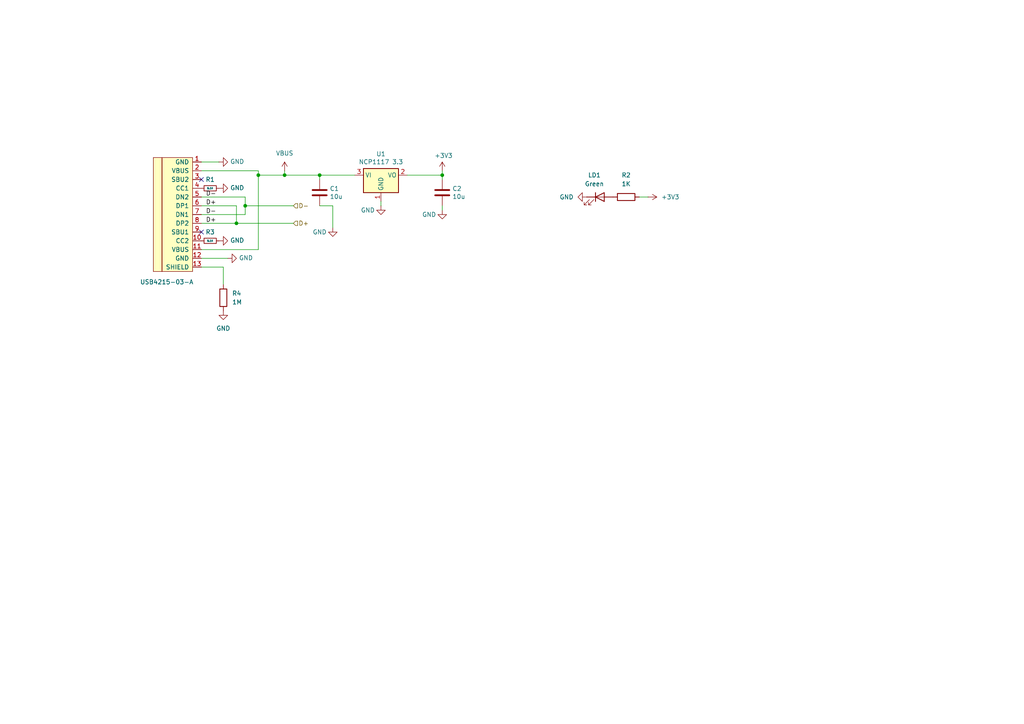
<source format=kicad_sch>
(kicad_sch (version 20250114) (generator "eeschema") (generator_version "9.0")
  (paper "A4")
  (title_block (title "MiniFRANK RM24") (date "2025-03-14") (rev "1.00") (company "Mikhail Matveev") (comment 1 "https://github.com/xtremespb/frank"))
  (lib_symbols
    (symbol "+3V3_1" (power) (pin_numbers (hide yes)) (pin_names (offset 0) (hide yes))
      (property "Value" "+3V3" (at 0 3.556 0))
      (symbol "+3V3_1_0_1"
        (polyline (pts (xy -0.762 1.27) (xy 0 2.54)))
        (polyline (pts (xy 0 2.54) (xy 0.762 1.27)))
        (polyline (pts (xy 0 0) (xy 0 2.54)))
      )
      (symbol "+3V3_1_1_1"
        (pin power_in line (at 0 0 90) (length 0) (name "~") (number "1"))
      )
    )
    (symbol "Device:C" (pin_numbers (hide yes)) (pin_names (offset 0.254))
      (property "Reference" "C" (at 0.635 2.54 0))
      (property "Value" "C" (at 0.635 -2.54 0))
      (symbol "C_0_1"
        (polyline (pts (xy -2.032 0.762) (xy 2.032 0.762)) (stroke (width 0.508)))
        (polyline (pts (xy -2.032 -0.762) (xy 2.032 -0.762)) (stroke (width 0.508)))
      )
      (symbol "C_1_1"
        (pin passive line (at 0 3.81 270) (length 2.794) (name "~") (number "1"))
        (pin passive line (at 0 -3.81 90) (length 2.794) (name "~") (number "2"))
      )
    )
    (symbol "Device:LED" (pin_numbers (hide yes)) (pin_names (offset 1.016) (hide yes))
      (property "Reference" "D" (at 0 2.54 0))
      (property "Value" "LED" (at 0 -2.54 0))
      (symbol "LED_0_1"
        (polyline (pts (xy -3.048 -0.762) (xy -4.572 -2.286) (xy -3.81 -2.286) (xy -4.572 -2.286) (xy -4.572 -1.524)))
        (polyline (pts (xy -1.778 -0.762) (xy -3.302 -2.286) (xy -2.54 -2.286) (xy -3.302 -2.286) (xy -3.302 -1.524)))
        (polyline (pts (xy -1.27 0) (xy 1.27 0)))
        (polyline (pts (xy -1.27 -1.27) (xy -1.27 1.27)) (stroke (width 0.254)))
        (polyline (pts (xy 1.27 -1.27) (xy 1.27 1.27) (xy -1.27 0) (xy 1.27 -1.27)) (stroke (width 0.254)))
      )
      (symbol "LED_1_1"
        (pin passive line (at -3.81 0 0) (length 2.54) (name "K") (number "1"))
        (pin passive line (at 3.81 0 180) (length 2.54) (name "A") (number "2"))
      )
    )
    (symbol "Device:R" (pin_numbers (hide yes)) (pin_names (offset 0))
      (property "Reference" "R" (at 2.032 0 90))
      (property "Value" "R" (at 0 0 90))
      (symbol "R_0_1"
        (rectangle (start -1.016 -2.54) (end 1.016 2.54) (stroke (width 0.254)))
      )
      (symbol "R_1_1"
        (pin passive line (at 0 3.81 270) (length 1.27) (name "~") (number "1"))
        (pin passive line (at 0 -3.81 90) (length 1.27) (name "~") (number "2"))
      )
    )
    (symbol "Device:R_Small" (pin_numbers (hide yes)) (pin_names (offset 0.254) (hide yes))
      (property "Reference" "R" (at 0.762 0.508 0))
      (property "Value" "R_Small" (at 0.762 -1.016 0))
      (symbol "R_Small_0_1"
        (rectangle (start -0.762 1.778) (end 0.762 -1.778) (stroke (width 0.2032)))
      )
      (symbol "R_Small_1_1"
        (pin passive line (at 0 2.54 270) (length 0.762) (name "~") (number "1"))
        (pin passive line (at 0 -2.54 90) (length 0.762) (name "~") (number "2"))
      )
    )
    (symbol "FRANK:USB-C" (pin_names (offset 1.016))
      (property "Value" "USB Type C" (at 0.254 -20.828 0))
      (symbol "USB-C_0_1"
        (rectangle (start -11.43 15.24) (end -8.89 -17.78) (fill (type background)))
        (rectangle (start 0 -17.78) (end -8.89 15.24) (fill (type background)))
      )
      (symbol "USB-C_1_1"
        (pin input line (at 2.54 13.97 180) (length 2.54) (name "GND") (number "1"))
        (pin input line (at 2.54 11.43 180) (length 2.54) (name "VBUS") (number "2"))
        (pin input line (at 2.54 8.89 180) (length 2.54) (name "SBU2") (number "3"))
        (pin input line (at 2.54 6.35 180) (length 2.54) (name "CC1") (number "4"))
        (pin input line (at 2.54 3.81 180) (length 2.54) (name "DN2") (number "5"))
        (pin input line (at 2.54 1.27 180) (length 2.54) (name "DP1") (number "6"))
        (pin input line (at 2.54 -1.27 180) (length 2.54) (name "DN1") (number "7"))
        (pin input line (at 2.54 -3.81 180) (length 2.54) (name "DP2") (number "8"))
        (pin input line (at 2.54 -6.35 180) (length 2.54) (name "SBU1") (number "9"))
        (pin input line (at 2.54 -8.89 180) (length 2.54) (name "CC2") (number "10"))
        (pin input line (at 2.54 -11.43 180) (length 2.54) (name "VBUS") (number "11"))
        (pin input line (at 2.54 -13.97 180) (length 2.54) (name "GND") (number "12"))
        (pin input line (at 2.54 -16.51 180) (length 2.54) (name "SHIELD") (number "13"))
      )
    )
    (symbol "GND_1" (power) (pin_numbers (hide yes)) (pin_names (offset 0) (hide yes))
      (property "Value" "GND" (at 0 -3.81 0))
      (symbol "GND_1_0_1"
        (polyline (pts (xy 0 0) (xy 0 -1.27) (xy 1.27 -1.27) (xy 0 -2.54) (xy -1.27 -1.27) (xy 0 -1.27)))
      )
      (symbol "GND_1_1_1"
        (pin power_in line (at 0 0 270) (length 0) (name "~") (number "1"))
      )
    )
    (symbol "GND_2" (power) (pin_numbers (hide yes)) (pin_names (offset 0) (hide yes))
      (property "Value" "GND" (at 0 -3.81 0))
      (symbol "GND_2_0_1"
        (polyline (pts (xy 0 0) (xy 0 -1.27) (xy 1.27 -1.27) (xy 0 -2.54) (xy -1.27 -1.27) (xy 0 -1.27)))
      )
      (symbol "GND_2_1_1"
        (pin power_in line (at 0 0 270) (length 0) (name "~") (number "1"))
      )
    )
    (symbol "GND_3" (power) (pin_numbers (hide yes)) (pin_names (offset 0) (hide yes))
      (property "Value" "GND" (at 0 -3.81 0))
      (symbol "GND_3_0_1"
        (polyline (pts (xy 0 0) (xy 0 -1.27) (xy 1.27 -1.27) (xy 0 -2.54) (xy -1.27 -1.27) (xy 0 -1.27)))
      )
      (symbol "GND_3_1_1"
        (pin power_in line (at 0 0 270) (length 0) (name "~") (number "1"))
      )
    )
    (symbol "GND_4" (power) (pin_numbers (hide yes)) (pin_names (offset 0) (hide yes))
      (property "Value" "GND" (at 0 -3.81 0))
      (symbol "GND_4_0_1"
        (polyline (pts (xy 0 0) (xy 0 -1.27) (xy 1.27 -1.27) (xy 0 -2.54) (xy -1.27 -1.27) (xy 0 -1.27)))
      )
      (symbol "GND_4_1_1"
        (pin power_in line (at 0 0 270) (length 0) (name "~") (number "1"))
      )
    )
    (symbol "GND_5" (power) (pin_numbers (hide yes)) (pin_names (offset 0) (hide yes))
      (property "Value" "GND" (at 0 -3.81 0))
      (symbol "GND_5_0_1"
        (polyline (pts (xy 0 0) (xy 0 -1.27) (xy 1.27 -1.27) (xy 0 -2.54) (xy -1.27 -1.27) (xy 0 -1.27)))
      )
      (symbol "GND_5_1_1"
        (pin power_in line (at 0 0 270) (length 0) (name "~") (number "1"))
      )
    )
    (symbol "GND_6" (power) (pin_numbers (hide yes)) (pin_names (offset 0) (hide yes))
      (property "Value" "GND" (at 0 -3.81 0))
      (symbol "GND_6_0_1"
        (polyline (pts (xy 0 0) (xy 0 -1.27) (xy 1.27 -1.27) (xy 0 -2.54) (xy -1.27 -1.27) (xy 0 -1.27)))
      )
      (symbol "GND_6_1_1"
        (pin power_in line (at 0 0 270) (length 0) (name "~") (number "1"))
      )
    )
    (symbol "GND_7" (power) (pin_numbers (hide yes)) (pin_names (offset 0) (hide yes))
      (property "Value" "GND" (at 0 -3.81 0))
      (symbol "GND_7_0_1"
        (polyline (pts (xy 0 0) (xy 0 -1.27) (xy 1.27 -1.27) (xy 0 -2.54) (xy -1.27 -1.27) (xy 0 -1.27)))
      )
      (symbol "GND_7_1_1"
        (pin power_in line (at 0 0 270) (length 0) (name "~") (number "1"))
      )
    )
    (symbol "Regulator_Linear:NCP1117-3.3_SOT223"
      (property "Reference" "U" (at -3.81 3.175 0))
      (property "Value" "NCP1117-3.3_SOT223" (at 0 3.175 0))
      (symbol "NCP1117-3.3_SOT223_0_1"
        (rectangle (start -5.08 -5.08) (end 5.08 1.905) (stroke (width 0.254)) (fill (type background)))
      )
      (symbol "NCP1117-3.3_SOT223_1_1"
        (pin power_in line (at -7.62 0 0) (length 2.54) (name "VI") (number "3"))
        (pin power_in line (at 0 -7.62 90) (length 2.54) (name "GND") (number "1"))
        (pin power_out line (at 7.62 0 180) (length 2.54) (name "VO") (number "2"))
      )
    )
    (symbol "power:+3V3" (power) (pin_numbers (hide yes)) (pin_names (offset 0) (hide yes))
      (property "Value" "+3V3" (at 0 3.556 0))
      (symbol "+3V3_0_1"
        (polyline (pts (xy -0.762 1.27) (xy 0 2.54)))
        (polyline (pts (xy 0 2.54) (xy 0.762 1.27)))
        (polyline (pts (xy 0 0) (xy 0 2.54)))
      )
      (symbol "+3V3_1_1"
        (pin power_in line (at 0 0 90) (length 0) (name "~") (number "1"))
      )
    )
    (symbol "power:GND" (power) (pin_numbers (hide yes)) (pin_names (offset 0) (hide yes))
      (property "Value" "GND" (at 0 -3.81 0))
      (symbol "GND_0_1"
        (polyline (pts (xy 0 0) (xy 0 -1.27) (xy 1.27 -1.27) (xy 0 -2.54) (xy -1.27 -1.27) (xy 0 -1.27)))
      )
      (symbol "GND_1_1"
        (pin power_in line (at 0 0 270) (length 0) (name "~") (number "1"))
      )
    )
    (symbol "power:VBUS" (power) (pin_numbers (hide yes)) (pin_names (offset 0) (hide yes))
      (property "Value" "VBUS" (at 0 3.556 0))
      (symbol "VBUS_0_1"
        (polyline (pts (xy -0.762 1.27) (xy 0 2.54)))
        (polyline (pts (xy 0 2.54) (xy 0.762 1.27)))
        (polyline (pts (xy 0 0) (xy 0 2.54)))
      )
      (symbol "VBUS_1_1"
        (pin power_in line (at 0 0 90) (length 0) (name "~") (number "1"))
      )
    )
  )
  (junction (at 74.93 50.8))
  (junction (at 68.58 64.77))
  (junction (at 82.55 50.8))
  (junction (at 92.71 50.8))
  (junction (at 128.27 50.8))
  (junction (at 71.12 59.69))
  (no_connect (at 58.42 67.31))
  (no_connect (at 58.42 52.07))
  (wire (pts (xy 58.42 49.53) (xy 74.93 49.53)))
  (wire (pts (xy 58.42 59.69) (xy 68.58 59.69)))
  (wire (pts (xy 82.55 50.8) (xy 92.71 50.8)))
  (wire (pts (xy 58.42 74.93) (xy 66.04 74.93)))
  (wire (pts (xy 102.87 50.8) (xy 92.71 50.8)))
  (wire (pts (xy 128.27 50.8) (xy 128.27 49.53)))
  (wire (pts (xy 82.55 49.53) (xy 82.55 50.8)))
  (wire (pts (xy 74.93 72.39) (xy 58.42 72.39)))
  (wire (pts (xy 92.71 52.07) (xy 92.71 50.8)))
  (wire (pts (xy 128.27 52.07) (xy 128.27 50.8)))
  (wire (pts (xy 96.52 59.69) (xy 92.71 59.69)))
  (wire (pts (xy 118.11 50.8) (xy 128.27 50.8)))
  (wire (pts (xy 58.42 57.15) (xy 71.12 57.15)))
  (wire (pts (xy 58.42 62.23) (xy 71.12 62.23)))
  (wire (pts (xy 71.12 59.69) (xy 85.09 59.69)))
  (wire (pts (xy 74.93 50.8) (xy 74.93 72.39)))
  (wire (pts (xy 74.93 49.53) (xy 74.93 50.8)))
  (wire (pts (xy 71.12 59.69) (xy 71.12 62.23)))
  (wire (pts (xy 58.42 46.99) (xy 63.5 46.99)))
  (wire (pts (xy 128.27 59.69) (xy 128.27 60.96)))
  (wire (pts (xy 58.42 64.77) (xy 68.58 64.77)))
  (wire (pts (xy 96.52 59.69) (xy 96.52 66.04)))
  (wire (pts (xy 64.77 77.47) (xy 64.77 82.55)))
  (wire (pts (xy 58.42 77.47) (xy 64.77 77.47)))
  (wire (pts (xy 71.12 57.15) (xy 71.12 59.69)))
  (wire (pts (xy 185.42 57.15) (xy 187.96 57.15)))
  (wire (pts (xy 74.93 50.8) (xy 82.55 50.8)))
  (wire (pts (xy 110.49 58.42) (xy 110.49 59.69)))
  (wire (pts (xy 68.58 64.77) (xy 85.09 64.77)))
  (wire (pts (xy 68.58 59.69) (xy 68.58 64.77)))
  (label "D-" (at 59.69 62.23 0))
  (label "D+" (at 59.69 64.77 0))
  (label "D-" (at 59.69 57.15 0))
  (label "D+" (at 59.69 59.69 0))
  (hierarchical_label "D-" (shape input) (at 85.09 59.69 0))
  (hierarchical_label "D+" (shape input) (at 85.09 64.77 0))
  (symbol (lib_name "GND_3") (lib_id "power:GND") (at 96.52 66.04 0) (unit 1)
    (property "Reference" "#PWR012" (effects (hide yes)))
    (property "Value" "GND" (at 92.71 67.31 0))
    (property "Description" "Power symbol creates a global label with name \"GND\" , ground" (effects (hide yes)))
  )
  (symbol (lib_id "power:VBUS") (at 82.55 49.53 0) (unit 1)
    (property "Reference" "#PWR05" (effects (hide yes)))
    (property "Value" "VBUS" (at 82.55 44.45 0))
    (property "Description" "Power symbol creates a global label with name \"VBUS\"" (effects (hide yes)))
  )
  (symbol (lib_name "GND_5") (lib_id "power:GND") (at 63.5 69.85 90) (unit 1)
    (property "Reference" "#PWR013" (effects (hide yes)))
    (property "Value" "GND" (at 66.7512 69.723 90) (effects (justify right)))
    (property "Description" "Power symbol creates a global label with name \"GND\" , ground" (effects (hide yes)))
  )
  (symbol (lib_name "GND_2") (lib_id "power:GND") (at 170.18 57.15 270) (unit 1)
    (property "Reference" "#PWR08" (effects (hide yes)))
    (property "Value" "GND" (at 166.37 57.1499 90) (effects (justify right)))
    (property "Description" "Power symbol creates a global label with name \"GND\" , ground" (effects (hide yes)))
  )
  (symbol (lib_id "Device:LED") (at 173.99 57.15 0) (unit 1)
    (property "Reference" "LD1" (at 172.4025 50.8 0))
    (property "Value" "Green" (at 172.4025 53.34 0))
    (property "Footprint" "FRANK:LED (0805)" (effects (hide yes)))
    (property "Datasheet" "https://www.farnell.com/datasheets/1760130.pdf" (effects (hide yes)))
    (property "Description" "Light emitting diode" (effects (hide yes)))
    (property "AliExpress" "https://www.aliexpress.com/item/1005007252088951.html" (effects (hide yes)))
    (property "Sim.Pins" "1=K 2=A" (effects (hide yes)))
  )
  (symbol (lib_id "Regulator_Linear:NCP1117-3.3_SOT223") (at 110.49 50.8 0) (unit 1)
    (property "Reference" "U1" (at 110.49 44.6532 0))
    (property "Value" "NCP1117 3.3" (at 110.49 46.9646 0))
    (property "Footprint" "FRANK:SOT-223" (effects (hide yes)))
    (property "Datasheet" "http://www.onsemi.com/pub_link/Collateral/NCP1117-D.PDF" (effects (hide yes)))
    (property "AliExpress" "https://www.aliexpress.com/item/1005005802338707.html" (effects (hide yes)))
  )
  (symbol (lib_id "Device:C") (at 128.27 55.88 0) (unit 1)
    (property "Reference" "C2" (at 131.191 54.7116 0) (effects (justify left)))
    (property "Value" "10u" (at 131.191 57.023 0) (effects (justify left)))
    (property "Footprint" "FRANK:Capacitor (0805)" (effects (hide yes)))
    (property "Datasheet" "https://eu.mouser.com/datasheet/2/40/KGM_X7R-3223212.pdf" (effects (hide yes)))
    (property "AliExpress" "https://www.aliexpress.com/item/33008008276.html" (effects (hide yes)))
  )
  (symbol (lib_name "GND_7") (lib_id "power:GND") (at 66.04 74.93 90) (unit 1)
    (property "Reference" "#PWR014" (effects (hide yes)))
    (property "Value" "GND" (at 69.2912 74.803 90) (effects (justify right)))
    (property "Description" "Power symbol creates a global label with name \"GND\" , ground" (effects (hide yes)))
  )
  (symbol (lib_id "FRANK:USB-C") (at 55.88 60.96 0) (unit 1)
    (property "Reference" "J1" (effects (hide yes)))
    (property "Value" "USB4215-03-A" (at 56.134 81.788 0) (effects (justify right)))
    (property "Footprint" "FRANK:USB Type C" (effects (hide yes)))
    (property "Datasheet" "https://eu.mouser.com/datasheet/2/837/usb4215-3472997.pdf" (effects (hide yes)))
    (property "LCSC" "C165948" (effects (hide yes)))
    (property "AliExpress" "https://www.aliexpress.com/item/1005005500797563.html" (effects (hide yes)))
  )
  (symbol (lib_id "Device:C") (at 92.71 55.88 0) (unit 1)
    (property "Reference" "C1" (at 95.631 54.7116 0) (effects (justify left)))
    (property "Value" "10u" (at 95.631 57.023 0) (effects (justify left)))
    (property "Footprint" "FRANK:Capacitor (0805)" (effects (hide yes)))
    (property "Datasheet" "https://eu.mouser.com/datasheet/2/40/KGM_X7R-3223212.pdf" (effects (hide yes)))
    (property "AliExpress" "https://www.aliexpress.com/item/33008008276.html" (effects (hide yes)))
  )
  (symbol (lib_id "Device:R") (at 181.61 57.15 90) (unit 1)
    (property "Reference" "R2" (at 181.61 50.8 90))
    (property "Value" "1K" (at 181.61 53.34 90))
    (property "Footprint" "FRANK:Resistor (0805)" (effects (hide yes)))
    (property "Datasheet" "https://www.vishay.com/docs/28952/mcs0402at-mct0603at-mcu0805at-mca1206at.pdf" (effects (hide yes)))
    (property "Description" "Resistor" (effects (hide yes)))
    (property "AliExpress" "https://www.vishay.com/docs/28952/mcs0402at-mct0603at-mcu0805at-mca1206at.pdf" (effects (hide yes)))
  )
  (symbol (lib_id "Device:R_Small") (at 60.96 69.85 270) (unit 1)
    (property "Reference" "R3" (at 60.96 67.31 90))
    (property "Value" "5.1K" (at 60.96 69.85 90) (effects (font (size 0.508 0.508))))
    (property "Footprint" "FRANK:Resistor (0805)" (effects (hide yes)))
    (property "Datasheet" "https://www.vishay.com/docs/28952/mcs0402at-mct0603at-mcu0805at-mca1206at.pdf" (effects (hide yes)))
    (property "LCSC" " " (effects (hide yes)))
    (property "AliExpress" "https://www.aliexpress.com/item/1005005945735199.html" (effects (hide yes)))
  )
  (symbol (lib_name "GND_6") (lib_id "power:GND") (at 63.5 54.61 90) (unit 1)
    (property "Reference" "#PWR07" (effects (hide yes)))
    (property "Value" "GND" (at 66.7512 54.483 90) (effects (justify right)))
    (property "Description" "Power symbol creates a global label with name \"GND\" , ground" (effects (hide yes)))
  )
  (symbol (lib_name "GND_1") (lib_id "power:GND") (at 128.27 60.96 0) (unit 1)
    (property "Reference" "#PWR011" (effects (hide yes)))
    (property "Value" "GND" (at 124.46 62.23 0))
    (property "Description" "Power symbol creates a global label with name \"GND\" , ground" (effects (hide yes)))
  )
  (symbol (lib_id "power:+3V3") (at 128.27 49.53 0) (unit 1)
    (property "Reference" "#PWR06" (effects (hide yes)))
    (property "Value" "+3V3" (at 128.651 45.1358 0))
    (property "Description" "Power symbol creates a global label with name \"+3V3\"" (effects (hide yes)))
  )
  (symbol (lib_id "Device:R_Small") (at 60.96 54.61 270) (unit 1)
    (property "Reference" "R1" (at 60.96 52.07 90))
    (property "Value" "5.1K" (at 60.96 54.61 90) (effects (font (size 0.508 0.508))))
    (property "Footprint" "FRANK:Resistor (0805)" (effects (hide yes)))
    (property "Datasheet" "https://www.vishay.com/docs/28952/mcs0402at-mct0603at-mcu0805at-mca1206at.pdf" (effects (hide yes)))
    (property "LCSC" " " (effects (hide yes)))
    (property "AliExpress" "https://www.aliexpress.com/item/1005005945735199.html" (effects (hide yes)))
  )
  (symbol (lib_id "power:GND") (at 63.5 46.99 90) (unit 1)
    (property "Reference" "#PWR04" (effects (hide yes)))
    (property "Value" "GND" (at 66.7512 46.863 90) (effects (justify right)))
    (property "Description" "Power symbol creates a global label with name \"GND\" , ground" (effects (hide yes)))
  )
  (symbol (lib_id "power:GND") (at 64.77 90.17 0) (unit 1)
    (property "Reference" "#PWR015" (effects (hide yes)))
    (property "Value" "GND" (at 64.77 95.25 0))
    (property "Description" "Power symbol creates a global label with name \"GND\" , ground" (effects (hide yes)))
  )
  (symbol (lib_id "Device:R") (at 64.77 86.36 0) (unit 1)
    (property "Reference" "R4" (at 67.31 85.0899 0) (effects (justify left)))
    (property "Value" "1M" (at 67.31 87.6299 0) (effects (justify left)))
    (property "Footprint" "FRANK:Resistor (0805)" (effects (hide yes)))
    (property "Datasheet" "https://www.vishay.com/docs/28952/mcs0402at-mct0603at-mcu0805at-mca1206at.pdf" (effects (hide yes)))
    (property "AliExpress" "https://www.aliexpress.com/item/1005005945735199.html" (effects (hide yes)))
  )
  (symbol (lib_name "+3V3_1") (lib_id "power:+3V3") (at 187.96 57.15 270) (unit 1)
    (property "Reference" "#PWR09" (effects (hide yes)))
    (property "Value" "+3V3" (at 191.77 57.1499 90) (effects (justify left)))
    (property "Description" "Power symbol creates a global label with name \"+3V3\"" (effects (hide yes)))
  )
  (symbol (lib_name "GND_4") (lib_id "power:GND") (at 110.49 59.69 0) (unit 1)
    (property "Reference" "#PWR010" (effects (hide yes)))
    (property "Value" "GND" (at 106.68 60.96 0))
    (property "Description" "Power symbol creates a global label with name \"GND\" , ground" (effects (hide yes)))
  )
)
</source>
